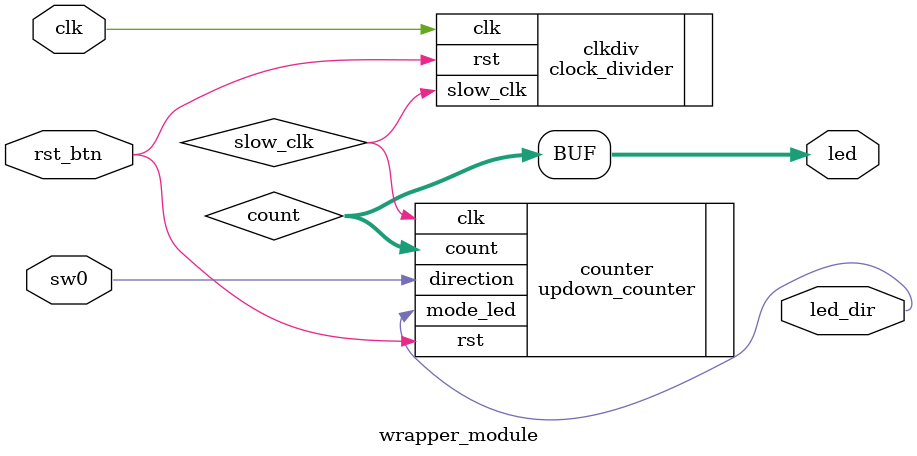
<source format=v>
`timescale 1ns / 1ps

module wrapper_module(
    input clk,             // 100 MHz board clock
    input rst_btn,         // reset button (active-high)
    input sw0,             // slide switch for direction
    output [3:0] led,      // 4 LEDs show counter value
    output led_dir         // extra LED shows direction
);
    wire slow_clk;
    wire [3:0] count;

    // Clock divider to get ~2 Hz slow clock
    clock_divider clkdiv(
        .clk(clk),
        .rst(rst_btn),
        .slow_clk(slow_clk)
    );

    // Up/Down counter
    updown_counter counter(
        .clk(slow_clk),
        .rst(rst_btn),
        .direction(sw0),
        .count(count),
        .mode_led(led_dir)
    );

    // Map counter value to LEDs
    assign led = count;
endmodule

</source>
